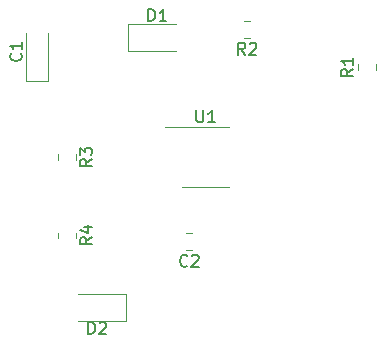
<source format=gbr>
%TF.GenerationSoftware,KiCad,Pcbnew,(6.0.10)*%
%TF.CreationDate,2023-02-17T12:01:16-08:00*%
%TF.ProjectId,lab5exercise2,6c616235-6578-4657-9263-697365322e6b,rev?*%
%TF.SameCoordinates,Original*%
%TF.FileFunction,Legend,Top*%
%TF.FilePolarity,Positive*%
%FSLAX46Y46*%
G04 Gerber Fmt 4.6, Leading zero omitted, Abs format (unit mm)*
G04 Created by KiCad (PCBNEW (6.0.10)) date 2023-02-17 12:01:16*
%MOMM*%
%LPD*%
G01*
G04 APERTURE LIST*
%ADD10C,0.150000*%
%ADD11C,0.120000*%
G04 APERTURE END LIST*
D10*
%TO.C,D2*%
X141501904Y-108952380D02*
X141501904Y-107952380D01*
X141740000Y-107952380D01*
X141882857Y-108000000D01*
X141978095Y-108095238D01*
X142025714Y-108190476D01*
X142073333Y-108380952D01*
X142073333Y-108523809D01*
X142025714Y-108714285D01*
X141978095Y-108809523D01*
X141882857Y-108904761D01*
X141740000Y-108952380D01*
X141501904Y-108952380D01*
X142454285Y-108047619D02*
X142501904Y-108000000D01*
X142597142Y-107952380D01*
X142835238Y-107952380D01*
X142930476Y-108000000D01*
X142978095Y-108047619D01*
X143025714Y-108142857D01*
X143025714Y-108238095D01*
X142978095Y-108380952D01*
X142406666Y-108952380D01*
X143025714Y-108952380D01*
%TO.C,R3*%
X141802380Y-94146666D02*
X141326190Y-94480000D01*
X141802380Y-94718095D02*
X140802380Y-94718095D01*
X140802380Y-94337142D01*
X140850000Y-94241904D01*
X140897619Y-94194285D01*
X140992857Y-94146666D01*
X141135714Y-94146666D01*
X141230952Y-94194285D01*
X141278571Y-94241904D01*
X141326190Y-94337142D01*
X141326190Y-94718095D01*
X140802380Y-93813333D02*
X140802380Y-93194285D01*
X141183333Y-93527619D01*
X141183333Y-93384761D01*
X141230952Y-93289523D01*
X141278571Y-93241904D01*
X141373809Y-93194285D01*
X141611904Y-93194285D01*
X141707142Y-93241904D01*
X141754761Y-93289523D01*
X141802380Y-93384761D01*
X141802380Y-93670476D01*
X141754761Y-93765714D01*
X141707142Y-93813333D01*
%TO.C,R1*%
X163902380Y-86526666D02*
X163426190Y-86860000D01*
X163902380Y-87098095D02*
X162902380Y-87098095D01*
X162902380Y-86717142D01*
X162950000Y-86621904D01*
X162997619Y-86574285D01*
X163092857Y-86526666D01*
X163235714Y-86526666D01*
X163330952Y-86574285D01*
X163378571Y-86621904D01*
X163426190Y-86717142D01*
X163426190Y-87098095D01*
X163902380Y-85574285D02*
X163902380Y-86145714D01*
X163902380Y-85860000D02*
X162902380Y-85860000D01*
X163045238Y-85955238D01*
X163140476Y-86050476D01*
X163188095Y-86145714D01*
%TO.C,U1*%
X150650595Y-90032380D02*
X150650595Y-90841904D01*
X150698214Y-90937142D01*
X150745833Y-90984761D01*
X150841071Y-91032380D01*
X151031547Y-91032380D01*
X151126785Y-90984761D01*
X151174404Y-90937142D01*
X151222023Y-90841904D01*
X151222023Y-90032380D01*
X152222023Y-91032380D02*
X151650595Y-91032380D01*
X151936309Y-91032380D02*
X151936309Y-90032380D01*
X151841071Y-90175238D01*
X151745833Y-90270476D01*
X151650595Y-90318095D01*
%TO.C,R2*%
X154773333Y-85297380D02*
X154440000Y-84821190D01*
X154201904Y-85297380D02*
X154201904Y-84297380D01*
X154582857Y-84297380D01*
X154678095Y-84345000D01*
X154725714Y-84392619D01*
X154773333Y-84487857D01*
X154773333Y-84630714D01*
X154725714Y-84725952D01*
X154678095Y-84773571D01*
X154582857Y-84821190D01*
X154201904Y-84821190D01*
X155154285Y-84392619D02*
X155201904Y-84345000D01*
X155297142Y-84297380D01*
X155535238Y-84297380D01*
X155630476Y-84345000D01*
X155678095Y-84392619D01*
X155725714Y-84487857D01*
X155725714Y-84583095D01*
X155678095Y-84725952D01*
X155106666Y-85297380D01*
X155725714Y-85297380D01*
%TO.C,C1*%
X135772142Y-85204166D02*
X135819761Y-85251785D01*
X135867380Y-85394642D01*
X135867380Y-85489880D01*
X135819761Y-85632738D01*
X135724523Y-85727976D01*
X135629285Y-85775595D01*
X135438809Y-85823214D01*
X135295952Y-85823214D01*
X135105476Y-85775595D01*
X135010238Y-85727976D01*
X134915000Y-85632738D01*
X134867380Y-85489880D01*
X134867380Y-85394642D01*
X134915000Y-85251785D01*
X134962619Y-85204166D01*
X135867380Y-84251785D02*
X135867380Y-84823214D01*
X135867380Y-84537500D02*
X134867380Y-84537500D01*
X135010238Y-84632738D01*
X135105476Y-84727976D01*
X135153095Y-84823214D01*
%TO.C,D1*%
X146581904Y-82452380D02*
X146581904Y-81452380D01*
X146820000Y-81452380D01*
X146962857Y-81500000D01*
X147058095Y-81595238D01*
X147105714Y-81690476D01*
X147153333Y-81880952D01*
X147153333Y-82023809D01*
X147105714Y-82214285D01*
X147058095Y-82309523D01*
X146962857Y-82404761D01*
X146820000Y-82452380D01*
X146581904Y-82452380D01*
X148105714Y-82452380D02*
X147534285Y-82452380D01*
X147820000Y-82452380D02*
X147820000Y-81452380D01*
X147724761Y-81595238D01*
X147629523Y-81690476D01*
X147534285Y-81738095D01*
%TO.C,R4*%
X141802380Y-100766666D02*
X141326190Y-101100000D01*
X141802380Y-101338095D02*
X140802380Y-101338095D01*
X140802380Y-100957142D01*
X140850000Y-100861904D01*
X140897619Y-100814285D01*
X140992857Y-100766666D01*
X141135714Y-100766666D01*
X141230952Y-100814285D01*
X141278571Y-100861904D01*
X141326190Y-100957142D01*
X141326190Y-101338095D01*
X141135714Y-99909523D02*
X141802380Y-99909523D01*
X140754761Y-100147619D02*
X141469047Y-100385714D01*
X141469047Y-99766666D01*
%TO.C,C2*%
X149873333Y-103159646D02*
X149825714Y-103207265D01*
X149682857Y-103254884D01*
X149587619Y-103254884D01*
X149444761Y-103207265D01*
X149349523Y-103112027D01*
X149301904Y-103016789D01*
X149254285Y-102826313D01*
X149254285Y-102683456D01*
X149301904Y-102492980D01*
X149349523Y-102397742D01*
X149444761Y-102302504D01*
X149587619Y-102254884D01*
X149682857Y-102254884D01*
X149825714Y-102302504D01*
X149873333Y-102350123D01*
X150254285Y-102350123D02*
X150301904Y-102302504D01*
X150397142Y-102254884D01*
X150635238Y-102254884D01*
X150730476Y-102302504D01*
X150778095Y-102350123D01*
X150825714Y-102445361D01*
X150825714Y-102540599D01*
X150778095Y-102683456D01*
X150206666Y-103254884D01*
X150825714Y-103254884D01*
D11*
%TO.C,D2*%
X140640000Y-107815000D02*
X144700000Y-107815000D01*
X144700000Y-105545000D02*
X140640000Y-105545000D01*
X144700000Y-107815000D02*
X144700000Y-105545000D01*
%TO.C,R3*%
X138965000Y-93752936D02*
X138965000Y-94207064D01*
X140435000Y-93752936D02*
X140435000Y-94207064D01*
%TO.C,R1*%
X165835000Y-86587064D02*
X165835000Y-86132936D01*
X164365000Y-86587064D02*
X164365000Y-86132936D01*
%TO.C,U1*%
X151412500Y-96540000D02*
X149462500Y-96540000D01*
X151412500Y-96540000D02*
X153362500Y-96540000D01*
X151412500Y-91420000D02*
X147962500Y-91420000D01*
X151412500Y-91420000D02*
X153362500Y-91420000D01*
%TO.C,R2*%
X155167064Y-82460000D02*
X154712936Y-82460000D01*
X155167064Y-83930000D02*
X154712936Y-83930000D01*
%TO.C,C1*%
X136230000Y-83437500D02*
X136230000Y-87522500D01*
X138100000Y-87522500D02*
X138100000Y-83437500D01*
X136230000Y-87522500D02*
X138100000Y-87522500D01*
%TO.C,D1*%
X148920000Y-82685000D02*
X144860000Y-82685000D01*
X144860000Y-84955000D02*
X148920000Y-84955000D01*
X144860000Y-82685000D02*
X144860000Y-84955000D01*
%TO.C,R4*%
X138965000Y-100372936D02*
X138965000Y-100827064D01*
X140435000Y-100372936D02*
X140435000Y-100827064D01*
%TO.C,C2*%
X150301252Y-101857504D02*
X149778748Y-101857504D01*
X150301252Y-100387504D02*
X149778748Y-100387504D01*
%TD*%
M02*

</source>
